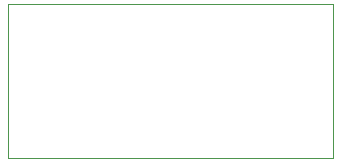
<source format=gbr>
%TF.GenerationSoftware,KiCad,Pcbnew,(5.1.6)-1*%
%TF.CreationDate,2020-12-19T22:24:40-05:00*%
%TF.ProjectId,cargadorDeBateriasLitIon,63617267-6164-46f7-9244-654261746572,rev?*%
%TF.SameCoordinates,Original*%
%TF.FileFunction,Profile,NP*%
%FSLAX46Y46*%
G04 Gerber Fmt 4.6, Leading zero omitted, Abs format (unit mm)*
G04 Created by KiCad (PCBNEW (5.1.6)-1) date 2020-12-19 22:24:40*
%MOMM*%
%LPD*%
G01*
G04 APERTURE LIST*
%TA.AperFunction,Profile*%
%ADD10C,0.050000*%
%TD*%
G04 APERTURE END LIST*
D10*
X169000000Y-102000000D02*
X169000000Y-115000000D01*
X141500000Y-102000000D02*
X141500000Y-115000000D01*
X141500000Y-102000000D02*
X169000000Y-102000000D01*
X169000000Y-115000000D02*
X141500000Y-115000000D01*
M02*

</source>
